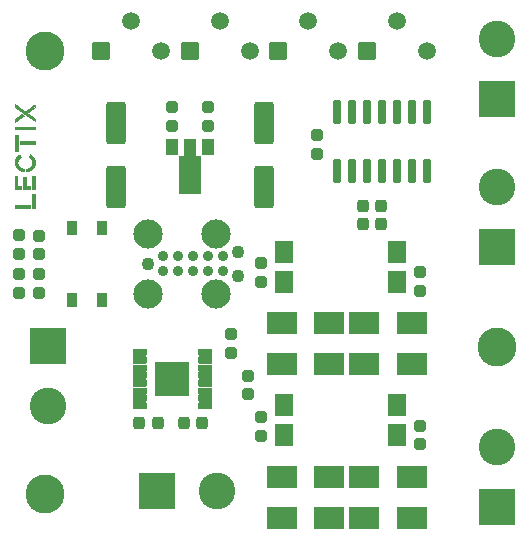
<source format=gts>
G04 #@! TF.GenerationSoftware,KiCad,Pcbnew,6.0.9-8da3e8f707~116~ubuntu20.04.1*
G04 #@! TF.CreationDate,2023-04-19T18:10:52+00:00*
G04 #@! TF.ProjectId,LEC032002,4c454330-3332-4303-9032-2e6b69636164,rev?*
G04 #@! TF.SameCoordinates,Original*
G04 #@! TF.FileFunction,Soldermask,Top*
G04 #@! TF.FilePolarity,Negative*
%FSLAX46Y46*%
G04 Gerber Fmt 4.6, Leading zero omitted, Abs format (unit mm)*
G04 Created by KiCad (PCBNEW 6.0.9-8da3e8f707~116~ubuntu20.04.1) date 2023-04-19 18:10:52*
%MOMM*%
%LPD*%
G01*
G04 APERTURE LIST*
G04 Aperture macros list*
%AMRoundRect*
0 Rectangle with rounded corners*
0 $1 Rounding radius*
0 $2 $3 $4 $5 $6 $7 $8 $9 X,Y pos of 4 corners*
0 Add a 4 corners polygon primitive as box body*
4,1,4,$2,$3,$4,$5,$6,$7,$8,$9,$2,$3,0*
0 Add four circle primitives for the rounded corners*
1,1,$1+$1,$2,$3*
1,1,$1+$1,$4,$5*
1,1,$1+$1,$6,$7*
1,1,$1+$1,$8,$9*
0 Add four rect primitives between the rounded corners*
20,1,$1+$1,$2,$3,$4,$5,0*
20,1,$1+$1,$4,$5,$6,$7,0*
20,1,$1+$1,$6,$7,$8,$9,0*
20,1,$1+$1,$8,$9,$2,$3,0*%
%AMFreePoly0*
4,1,21,3.898562,0.902562,3.913500,0.866500,3.913500,-0.866500,3.898562,-0.902562,3.862500,-0.917500,0.737500,-0.917500,0.701438,-0.902562,0.686500,-0.866500,0.686500,-0.501000,-0.737500,-0.501000,-0.773562,-0.486062,-0.788500,-0.450000,-0.788500,0.450000,-0.773562,0.486062,-0.737500,0.501000,0.686500,0.501000,0.686500,0.866500,0.701438,0.902562,0.737500,0.917500,3.862500,0.917500,
3.898562,0.902562,3.898562,0.902562,$1*%
G04 Aperture macros list end*
%ADD10C,0.010000*%
%ADD11RoundRect,0.269750X0.256250X-0.218750X0.256250X0.218750X-0.256250X0.218750X-0.256250X-0.218750X0*%
%ADD12RoundRect,0.301000X0.550000X-1.500000X0.550000X1.500000X-0.550000X1.500000X-0.550000X-1.500000X0*%
%ADD13RoundRect,0.269750X0.218750X0.256250X-0.218750X0.256250X-0.218750X-0.256250X0.218750X-0.256250X0*%
%ADD14RoundRect,0.269750X-0.256250X0.218750X-0.256250X-0.218750X0.256250X-0.218750X0.256250X0.218750X0*%
%ADD15RoundRect,0.051000X-0.400000X0.500000X-0.400000X-0.500000X0.400000X-0.500000X0.400000X0.500000X0*%
%ADD16RoundRect,0.051000X-1.250000X-0.900000X1.250000X-0.900000X1.250000X0.900000X-1.250000X0.900000X0*%
%ADD17RoundRect,0.051000X1.250000X0.900000X-1.250000X0.900000X-1.250000X-0.900000X1.250000X-0.900000X0*%
%ADD18RoundRect,0.051000X-1.500000X1.500000X-1.500000X-1.500000X1.500000X-1.500000X1.500000X1.500000X0*%
%ADD19C,3.102000*%
%ADD20RoundRect,0.051000X1.500000X-1.500000X1.500000X1.500000X-1.500000X1.500000X-1.500000X-1.500000X0*%
%ADD21RoundRect,0.051000X-1.500000X-1.500000X1.500000X-1.500000X1.500000X1.500000X-1.500000X1.500000X0*%
%ADD22C,1.092600*%
%ADD23C,2.476900*%
%ADD24C,0.889400*%
%ADD25RoundRect,0.269750X-0.218750X-0.256250X0.218750X-0.256250X0.218750X0.256250X-0.218750X0.256250X0*%
%ADD26RoundRect,0.051000X-0.700000X-0.700000X0.700000X-0.700000X0.700000X0.700000X-0.700000X0.700000X0*%
%ADD27C,1.502000*%
%ADD28RoundRect,0.201000X0.150000X-0.825000X0.150000X0.825000X-0.150000X0.825000X-0.150000X-0.825000X0*%
%ADD29RoundRect,0.051000X-0.450000X0.650000X-0.450000X-0.650000X0.450000X-0.650000X0.450000X0.650000X0*%
%ADD30FreePoly0,270.000000*%
%ADD31R,3.000000X3.000000*%
%ADD32RoundRect,0.051000X-0.525000X-0.225000X0.525000X-0.225000X0.525000X0.225000X-0.525000X0.225000X0*%
%ADD33RoundRect,0.051000X0.750000X0.890000X-0.750000X0.890000X-0.750000X-0.890000X0.750000X-0.890000X0*%
%ADD34C,3.302000*%
G04 APERTURE END LIST*
G04 #@! TO.C,LOGO1*
G36*
X160599183Y-83547852D02*
G01*
X160640298Y-83577936D01*
X160680325Y-83607213D01*
X160719069Y-83635542D01*
X160756338Y-83662783D01*
X160791940Y-83688794D01*
X160825680Y-83713434D01*
X160857366Y-83736564D01*
X160886806Y-83758043D01*
X160913806Y-83777729D01*
X160938172Y-83795482D01*
X160959713Y-83811161D01*
X160978236Y-83824626D01*
X160993546Y-83835735D01*
X161005452Y-83844349D01*
X161013760Y-83850326D01*
X161018277Y-83853526D01*
X161019087Y-83854054D01*
X161021269Y-83852593D01*
X161027370Y-83848293D01*
X161037192Y-83841297D01*
X161050541Y-83831744D01*
X161067220Y-83819776D01*
X161087032Y-83805535D01*
X161109783Y-83789162D01*
X161135275Y-83770798D01*
X161163314Y-83750584D01*
X161193701Y-83728663D01*
X161226243Y-83705175D01*
X161260742Y-83680261D01*
X161297003Y-83654062D01*
X161334829Y-83626721D01*
X161374025Y-83598378D01*
X161414395Y-83569175D01*
X161430766Y-83557329D01*
X161471564Y-83527810D01*
X161511274Y-83499087D01*
X161549701Y-83471301D01*
X161586647Y-83444595D01*
X161621916Y-83419111D01*
X161655310Y-83394990D01*
X161686635Y-83372374D01*
X161715692Y-83351405D01*
X161742285Y-83332225D01*
X161766218Y-83314975D01*
X161787293Y-83299798D01*
X161805315Y-83286836D01*
X161820086Y-83276230D01*
X161831411Y-83268122D01*
X161839091Y-83262654D01*
X161842932Y-83259967D01*
X161843347Y-83259704D01*
X161843981Y-83261984D01*
X161844522Y-83269178D01*
X161844969Y-83281122D01*
X161845317Y-83297651D01*
X161845563Y-83318600D01*
X161845703Y-83343804D01*
X161845734Y-83372734D01*
X161845649Y-83486610D01*
X161511780Y-83727910D01*
X161475037Y-83754474D01*
X161439426Y-83780235D01*
X161405163Y-83805035D01*
X161372466Y-83828717D01*
X161341550Y-83851124D01*
X161312632Y-83872098D01*
X161285929Y-83891483D01*
X161261658Y-83909120D01*
X161240034Y-83924853D01*
X161221274Y-83938525D01*
X161205596Y-83949977D01*
X161193215Y-83959052D01*
X161184347Y-83965594D01*
X161179211Y-83969444D01*
X161177933Y-83970480D01*
X161179950Y-83972094D01*
X161185854Y-83976545D01*
X161195427Y-83983676D01*
X161208455Y-83993326D01*
X161224722Y-84005339D01*
X161244010Y-84019553D01*
X161266106Y-84035812D01*
X161290791Y-84053956D01*
X161317851Y-84073827D01*
X161347070Y-84095266D01*
X161378231Y-84118113D01*
X161411119Y-84142211D01*
X161445518Y-84167400D01*
X161481211Y-84193523D01*
X161509644Y-84214320D01*
X161546214Y-84241075D01*
X161581667Y-84267035D01*
X161615786Y-84292039D01*
X161648355Y-84315928D01*
X161679156Y-84338542D01*
X161707973Y-84359721D01*
X161734589Y-84379307D01*
X161758787Y-84397137D01*
X161780350Y-84413054D01*
X161799061Y-84426898D01*
X161814704Y-84438507D01*
X161827061Y-84447724D01*
X161835916Y-84454387D01*
X161841051Y-84458338D01*
X161842335Y-84459430D01*
X161842529Y-84462426D01*
X161842680Y-84469975D01*
X161842789Y-84481550D01*
X161842853Y-84496625D01*
X161842870Y-84514673D01*
X161842839Y-84535167D01*
X161842759Y-84557581D01*
X161842672Y-84574352D01*
X161842010Y-84686733D01*
X161013970Y-84080775D01*
X160955907Y-84038283D01*
X160898878Y-83996543D01*
X160843019Y-83955657D01*
X160788469Y-83915724D01*
X160735363Y-83876846D01*
X160683839Y-83839122D01*
X160634036Y-83802653D01*
X160586089Y-83767541D01*
X160540136Y-83733885D01*
X160496314Y-83701786D01*
X160454761Y-83671345D01*
X160415614Y-83642662D01*
X160379011Y-83615838D01*
X160345087Y-83590973D01*
X160313981Y-83568168D01*
X160285831Y-83547523D01*
X160260772Y-83529140D01*
X160238943Y-83513118D01*
X160220481Y-83499559D01*
X160205522Y-83488563D01*
X160194205Y-83480229D01*
X160186667Y-83474660D01*
X160183044Y-83471955D01*
X160182728Y-83471706D01*
X160181936Y-83469871D01*
X160181292Y-83465807D01*
X160180789Y-83459140D01*
X160180418Y-83449496D01*
X160180171Y-83436503D01*
X160180039Y-83419788D01*
X160180016Y-83398976D01*
X160180092Y-83373696D01*
X160180188Y-83355150D01*
X160180850Y-83241704D01*
X160599183Y-83547852D01*
G37*
D10*
X160599183Y-83547852D02*
X160640298Y-83577936D01*
X160680325Y-83607213D01*
X160719069Y-83635542D01*
X160756338Y-83662783D01*
X160791940Y-83688794D01*
X160825680Y-83713434D01*
X160857366Y-83736564D01*
X160886806Y-83758043D01*
X160913806Y-83777729D01*
X160938172Y-83795482D01*
X160959713Y-83811161D01*
X160978236Y-83824626D01*
X160993546Y-83835735D01*
X161005452Y-83844349D01*
X161013760Y-83850326D01*
X161018277Y-83853526D01*
X161019087Y-83854054D01*
X161021269Y-83852593D01*
X161027370Y-83848293D01*
X161037192Y-83841297D01*
X161050541Y-83831744D01*
X161067220Y-83819776D01*
X161087032Y-83805535D01*
X161109783Y-83789162D01*
X161135275Y-83770798D01*
X161163314Y-83750584D01*
X161193701Y-83728663D01*
X161226243Y-83705175D01*
X161260742Y-83680261D01*
X161297003Y-83654062D01*
X161334829Y-83626721D01*
X161374025Y-83598378D01*
X161414395Y-83569175D01*
X161430766Y-83557329D01*
X161471564Y-83527810D01*
X161511274Y-83499087D01*
X161549701Y-83471301D01*
X161586647Y-83444595D01*
X161621916Y-83419111D01*
X161655310Y-83394990D01*
X161686635Y-83372374D01*
X161715692Y-83351405D01*
X161742285Y-83332225D01*
X161766218Y-83314975D01*
X161787293Y-83299798D01*
X161805315Y-83286836D01*
X161820086Y-83276230D01*
X161831411Y-83268122D01*
X161839091Y-83262654D01*
X161842932Y-83259967D01*
X161843347Y-83259704D01*
X161843981Y-83261984D01*
X161844522Y-83269178D01*
X161844969Y-83281122D01*
X161845317Y-83297651D01*
X161845563Y-83318600D01*
X161845703Y-83343804D01*
X161845734Y-83372734D01*
X161845649Y-83486610D01*
X161511780Y-83727910D01*
X161475037Y-83754474D01*
X161439426Y-83780235D01*
X161405163Y-83805035D01*
X161372466Y-83828717D01*
X161341550Y-83851124D01*
X161312632Y-83872098D01*
X161285929Y-83891483D01*
X161261658Y-83909120D01*
X161240034Y-83924853D01*
X161221274Y-83938525D01*
X161205596Y-83949977D01*
X161193215Y-83959052D01*
X161184347Y-83965594D01*
X161179211Y-83969444D01*
X161177933Y-83970480D01*
X161179950Y-83972094D01*
X161185854Y-83976545D01*
X161195427Y-83983676D01*
X161208455Y-83993326D01*
X161224722Y-84005339D01*
X161244010Y-84019553D01*
X161266106Y-84035812D01*
X161290791Y-84053956D01*
X161317851Y-84073827D01*
X161347070Y-84095266D01*
X161378231Y-84118113D01*
X161411119Y-84142211D01*
X161445518Y-84167400D01*
X161481211Y-84193523D01*
X161509644Y-84214320D01*
X161546214Y-84241075D01*
X161581667Y-84267035D01*
X161615786Y-84292039D01*
X161648355Y-84315928D01*
X161679156Y-84338542D01*
X161707973Y-84359721D01*
X161734589Y-84379307D01*
X161758787Y-84397137D01*
X161780350Y-84413054D01*
X161799061Y-84426898D01*
X161814704Y-84438507D01*
X161827061Y-84447724D01*
X161835916Y-84454387D01*
X161841051Y-84458338D01*
X161842335Y-84459430D01*
X161842529Y-84462426D01*
X161842680Y-84469975D01*
X161842789Y-84481550D01*
X161842853Y-84496625D01*
X161842870Y-84514673D01*
X161842839Y-84535167D01*
X161842759Y-84557581D01*
X161842672Y-84574352D01*
X161842010Y-84686733D01*
X161013970Y-84080775D01*
X160955907Y-84038283D01*
X160898878Y-83996543D01*
X160843019Y-83955657D01*
X160788469Y-83915724D01*
X160735363Y-83876846D01*
X160683839Y-83839122D01*
X160634036Y-83802653D01*
X160586089Y-83767541D01*
X160540136Y-83733885D01*
X160496314Y-83701786D01*
X160454761Y-83671345D01*
X160415614Y-83642662D01*
X160379011Y-83615838D01*
X160345087Y-83590973D01*
X160313981Y-83568168D01*
X160285831Y-83547523D01*
X160260772Y-83529140D01*
X160238943Y-83513118D01*
X160220481Y-83499559D01*
X160205522Y-83488563D01*
X160194205Y-83480229D01*
X160186667Y-83474660D01*
X160183044Y-83471955D01*
X160182728Y-83471706D01*
X160181936Y-83469871D01*
X160181292Y-83465807D01*
X160180789Y-83459140D01*
X160180418Y-83449496D01*
X160180171Y-83436503D01*
X160180039Y-83419788D01*
X160180016Y-83398976D01*
X160180092Y-83373696D01*
X160180188Y-83355150D01*
X160180850Y-83241704D01*
X160599183Y-83547852D01*
G36*
X160548046Y-87510073D02*
G01*
X160549794Y-87512384D01*
X160553936Y-87518416D01*
X160560116Y-87527624D01*
X160567976Y-87539459D01*
X160577159Y-87553373D01*
X160587308Y-87568819D01*
X160598066Y-87585250D01*
X160609075Y-87602117D01*
X160619979Y-87618873D01*
X160630419Y-87634971D01*
X160640039Y-87649862D01*
X160648482Y-87663000D01*
X160655390Y-87673835D01*
X160660407Y-87681822D01*
X160663174Y-87686412D01*
X160663584Y-87687206D01*
X160662718Y-87690032D01*
X160658095Y-87694095D01*
X160649339Y-87699695D01*
X160643914Y-87702816D01*
X160616428Y-87719911D01*
X160588002Y-87740573D01*
X160559852Y-87763771D01*
X160533197Y-87788472D01*
X160509254Y-87813644D01*
X160499140Y-87825520D01*
X160469172Y-87866154D01*
X160443127Y-87909753D01*
X160421226Y-87955804D01*
X160403690Y-88003792D01*
X160390740Y-88053203D01*
X160383813Y-88093548D01*
X160381768Y-88115054D01*
X160380722Y-88139779D01*
X160380637Y-88166240D01*
X160381480Y-88192955D01*
X160383214Y-88218443D01*
X160385804Y-88241221D01*
X160387603Y-88252174D01*
X160399608Y-88302714D01*
X160416099Y-88351225D01*
X160436857Y-88397466D01*
X160461666Y-88441196D01*
X160490308Y-88482174D01*
X160522566Y-88520159D01*
X160558223Y-88554910D01*
X160597062Y-88586186D01*
X160638864Y-88613748D01*
X160683413Y-88637352D01*
X160730492Y-88656760D01*
X160761621Y-88666801D01*
X160806052Y-88677444D01*
X160852105Y-88684072D01*
X160890145Y-88686568D01*
X160931420Y-88687972D01*
X160931420Y-88908969D01*
X160886335Y-88907493D01*
X160826765Y-88903049D01*
X160768219Y-88893761D01*
X160710945Y-88879804D01*
X160655192Y-88861357D01*
X160601206Y-88838595D01*
X160549239Y-88811694D01*
X160499537Y-88780832D01*
X160452349Y-88746184D01*
X160407923Y-88707927D01*
X160366510Y-88666238D01*
X160328355Y-88621292D01*
X160293709Y-88573267D01*
X160262820Y-88522339D01*
X160235936Y-88468684D01*
X160222046Y-88435800D01*
X160203465Y-88382923D01*
X160188763Y-88328211D01*
X160177716Y-88270795D01*
X160175434Y-88255460D01*
X160173688Y-88239281D01*
X160172339Y-88219218D01*
X160171399Y-88196456D01*
X160170875Y-88172175D01*
X160170777Y-88147559D01*
X160171115Y-88123791D01*
X160171898Y-88102051D01*
X160173135Y-88083524D01*
X160174013Y-88075120D01*
X160184111Y-88013464D01*
X160198858Y-87953518D01*
X160218120Y-87895498D01*
X160241760Y-87839620D01*
X160269642Y-87786099D01*
X160301632Y-87735150D01*
X160337592Y-87686988D01*
X160377388Y-87641829D01*
X160420884Y-87599889D01*
X160467944Y-87561383D01*
X160518433Y-87526525D01*
X160520462Y-87525247D01*
X160530604Y-87519050D01*
X160539176Y-87514127D01*
X160545284Y-87510968D01*
X160548034Y-87510067D01*
X160548046Y-87510073D01*
G37*
X160548046Y-87510073D02*
X160549794Y-87512384D01*
X160553936Y-87518416D01*
X160560116Y-87527624D01*
X160567976Y-87539459D01*
X160577159Y-87553373D01*
X160587308Y-87568819D01*
X160598066Y-87585250D01*
X160609075Y-87602117D01*
X160619979Y-87618873D01*
X160630419Y-87634971D01*
X160640039Y-87649862D01*
X160648482Y-87663000D01*
X160655390Y-87673835D01*
X160660407Y-87681822D01*
X160663174Y-87686412D01*
X160663584Y-87687206D01*
X160662718Y-87690032D01*
X160658095Y-87694095D01*
X160649339Y-87699695D01*
X160643914Y-87702816D01*
X160616428Y-87719911D01*
X160588002Y-87740573D01*
X160559852Y-87763771D01*
X160533197Y-87788472D01*
X160509254Y-87813644D01*
X160499140Y-87825520D01*
X160469172Y-87866154D01*
X160443127Y-87909753D01*
X160421226Y-87955804D01*
X160403690Y-88003792D01*
X160390740Y-88053203D01*
X160383813Y-88093548D01*
X160381768Y-88115054D01*
X160380722Y-88139779D01*
X160380637Y-88166240D01*
X160381480Y-88192955D01*
X160383214Y-88218443D01*
X160385804Y-88241221D01*
X160387603Y-88252174D01*
X160399608Y-88302714D01*
X160416099Y-88351225D01*
X160436857Y-88397466D01*
X160461666Y-88441196D01*
X160490308Y-88482174D01*
X160522566Y-88520159D01*
X160558223Y-88554910D01*
X160597062Y-88586186D01*
X160638864Y-88613748D01*
X160683413Y-88637352D01*
X160730492Y-88656760D01*
X160761621Y-88666801D01*
X160806052Y-88677444D01*
X160852105Y-88684072D01*
X160890145Y-88686568D01*
X160931420Y-88687972D01*
X160931420Y-88908969D01*
X160886335Y-88907493D01*
X160826765Y-88903049D01*
X160768219Y-88893761D01*
X160710945Y-88879804D01*
X160655192Y-88861357D01*
X160601206Y-88838595D01*
X160549239Y-88811694D01*
X160499537Y-88780832D01*
X160452349Y-88746184D01*
X160407923Y-88707927D01*
X160366510Y-88666238D01*
X160328355Y-88621292D01*
X160293709Y-88573267D01*
X160262820Y-88522339D01*
X160235936Y-88468684D01*
X160222046Y-88435800D01*
X160203465Y-88382923D01*
X160188763Y-88328211D01*
X160177716Y-88270795D01*
X160175434Y-88255460D01*
X160173688Y-88239281D01*
X160172339Y-88219218D01*
X160171399Y-88196456D01*
X160170875Y-88172175D01*
X160170777Y-88147559D01*
X160171115Y-88123791D01*
X160171898Y-88102051D01*
X160173135Y-88083524D01*
X160174013Y-88075120D01*
X160184111Y-88013464D01*
X160198858Y-87953518D01*
X160218120Y-87895498D01*
X160241760Y-87839620D01*
X160269642Y-87786099D01*
X160301632Y-87735150D01*
X160337592Y-87686988D01*
X160377388Y-87641829D01*
X160420884Y-87599889D01*
X160467944Y-87561383D01*
X160518433Y-87526525D01*
X160520462Y-87525247D01*
X160530604Y-87519050D01*
X160539176Y-87514127D01*
X160545284Y-87510968D01*
X160548034Y-87510067D01*
X160548046Y-87510073D01*
G36*
X161462864Y-87474350D02*
G01*
X161468246Y-87476764D01*
X161476130Y-87481171D01*
X161487022Y-87487839D01*
X161501432Y-87497037D01*
X161506730Y-87500468D01*
X161557247Y-87536255D01*
X161604456Y-87575767D01*
X161648181Y-87618747D01*
X161688245Y-87664939D01*
X161724473Y-87714085D01*
X161756690Y-87765929D01*
X161784719Y-87820214D01*
X161808386Y-87876683D01*
X161827513Y-87935078D01*
X161840608Y-87988614D01*
X161844715Y-88009549D01*
X161847937Y-88028693D01*
X161850387Y-88047214D01*
X161852177Y-88066279D01*
X161853419Y-88087056D01*
X161854226Y-88110714D01*
X161854665Y-88134810D01*
X161854860Y-88153035D01*
X161854960Y-88169929D01*
X161854966Y-88184719D01*
X161854880Y-88196633D01*
X161854704Y-88204897D01*
X161854485Y-88208470D01*
X161853741Y-88214358D01*
X161852630Y-88223690D01*
X161851341Y-88234862D01*
X161850735Y-88240220D01*
X161842047Y-88295997D01*
X161828574Y-88351993D01*
X161810545Y-88407599D01*
X161788188Y-88462206D01*
X161761731Y-88515203D01*
X161731401Y-88565981D01*
X161725955Y-88574230D01*
X161705098Y-88604202D01*
X161684653Y-88630956D01*
X161663317Y-88656058D01*
X161639790Y-88681073D01*
X161624501Y-88696282D01*
X161577656Y-88738480D01*
X161528179Y-88776384D01*
X161476236Y-88809914D01*
X161421994Y-88838986D01*
X161365618Y-88863518D01*
X161307274Y-88883426D01*
X161247129Y-88898629D01*
X161201477Y-88906813D01*
X161192261Y-88908020D01*
X161179810Y-88909423D01*
X161165307Y-88910913D01*
X161149937Y-88912382D01*
X161134885Y-88913719D01*
X161121334Y-88914815D01*
X161110470Y-88915562D01*
X161103505Y-88915850D01*
X161103107Y-88913398D01*
X161102738Y-88906379D01*
X161102405Y-88895308D01*
X161102119Y-88880696D01*
X161101886Y-88863059D01*
X161101717Y-88842909D01*
X161101620Y-88820759D01*
X161101600Y-88804481D01*
X161101600Y-88693101D01*
X161135255Y-88691598D01*
X161184642Y-88686880D01*
X161233391Y-88677286D01*
X161281126Y-88663012D01*
X161327472Y-88644257D01*
X161372055Y-88621216D01*
X161414500Y-88594087D01*
X161454432Y-88563067D01*
X161491476Y-88528352D01*
X161525258Y-88490140D01*
X161530066Y-88484060D01*
X161558193Y-88443962D01*
X161582754Y-88400655D01*
X161603491Y-88354786D01*
X161620147Y-88307001D01*
X161632466Y-88257946D01*
X161640191Y-88208267D01*
X161640331Y-88206939D01*
X161641812Y-88185583D01*
X161642277Y-88160988D01*
X161641784Y-88134830D01*
X161640393Y-88108784D01*
X161638161Y-88084525D01*
X161635369Y-88064960D01*
X161623968Y-88014580D01*
X161608011Y-87965829D01*
X161587722Y-87919027D01*
X161563326Y-87874494D01*
X161535050Y-87832553D01*
X161503119Y-87793523D01*
X161467757Y-87757725D01*
X161429189Y-87725479D01*
X161387642Y-87697107D01*
X161369570Y-87686541D01*
X161361866Y-87682236D01*
X161356162Y-87679023D01*
X161353660Y-87677581D01*
X161353648Y-87677572D01*
X161354589Y-87675282D01*
X161357586Y-87669034D01*
X161362356Y-87659378D01*
X161368617Y-87646866D01*
X161376087Y-87632050D01*
X161384484Y-87615482D01*
X161393526Y-87597712D01*
X161402930Y-87579291D01*
X161412414Y-87560773D01*
X161421697Y-87542708D01*
X161430496Y-87525647D01*
X161438530Y-87510143D01*
X161445515Y-87496746D01*
X161451170Y-87486008D01*
X161455212Y-87478481D01*
X161457360Y-87474716D01*
X161457574Y-87474421D01*
X161459476Y-87473658D01*
X161462864Y-87474350D01*
G37*
X161462864Y-87474350D02*
X161468246Y-87476764D01*
X161476130Y-87481171D01*
X161487022Y-87487839D01*
X161501432Y-87497037D01*
X161506730Y-87500468D01*
X161557247Y-87536255D01*
X161604456Y-87575767D01*
X161648181Y-87618747D01*
X161688245Y-87664939D01*
X161724473Y-87714085D01*
X161756690Y-87765929D01*
X161784719Y-87820214D01*
X161808386Y-87876683D01*
X161827513Y-87935078D01*
X161840608Y-87988614D01*
X161844715Y-88009549D01*
X161847937Y-88028693D01*
X161850387Y-88047214D01*
X161852177Y-88066279D01*
X161853419Y-88087056D01*
X161854226Y-88110714D01*
X161854665Y-88134810D01*
X161854860Y-88153035D01*
X161854960Y-88169929D01*
X161854966Y-88184719D01*
X161854880Y-88196633D01*
X161854704Y-88204897D01*
X161854485Y-88208470D01*
X161853741Y-88214358D01*
X161852630Y-88223690D01*
X161851341Y-88234862D01*
X161850735Y-88240220D01*
X161842047Y-88295997D01*
X161828574Y-88351993D01*
X161810545Y-88407599D01*
X161788188Y-88462206D01*
X161761731Y-88515203D01*
X161731401Y-88565981D01*
X161725955Y-88574230D01*
X161705098Y-88604202D01*
X161684653Y-88630956D01*
X161663317Y-88656058D01*
X161639790Y-88681073D01*
X161624501Y-88696282D01*
X161577656Y-88738480D01*
X161528179Y-88776384D01*
X161476236Y-88809914D01*
X161421994Y-88838986D01*
X161365618Y-88863518D01*
X161307274Y-88883426D01*
X161247129Y-88898629D01*
X161201477Y-88906813D01*
X161192261Y-88908020D01*
X161179810Y-88909423D01*
X161165307Y-88910913D01*
X161149937Y-88912382D01*
X161134885Y-88913719D01*
X161121334Y-88914815D01*
X161110470Y-88915562D01*
X161103505Y-88915850D01*
X161103107Y-88913398D01*
X161102738Y-88906379D01*
X161102405Y-88895308D01*
X161102119Y-88880696D01*
X161101886Y-88863059D01*
X161101717Y-88842909D01*
X161101620Y-88820759D01*
X161101600Y-88804481D01*
X161101600Y-88693101D01*
X161135255Y-88691598D01*
X161184642Y-88686880D01*
X161233391Y-88677286D01*
X161281126Y-88663012D01*
X161327472Y-88644257D01*
X161372055Y-88621216D01*
X161414500Y-88594087D01*
X161454432Y-88563067D01*
X161491476Y-88528352D01*
X161525258Y-88490140D01*
X161530066Y-88484060D01*
X161558193Y-88443962D01*
X161582754Y-88400655D01*
X161603491Y-88354786D01*
X161620147Y-88307001D01*
X161632466Y-88257946D01*
X161640191Y-88208267D01*
X161640331Y-88206939D01*
X161641812Y-88185583D01*
X161642277Y-88160988D01*
X161641784Y-88134830D01*
X161640393Y-88108784D01*
X161638161Y-88084525D01*
X161635369Y-88064960D01*
X161623968Y-88014580D01*
X161608011Y-87965829D01*
X161587722Y-87919027D01*
X161563326Y-87874494D01*
X161535050Y-87832553D01*
X161503119Y-87793523D01*
X161467757Y-87757725D01*
X161429189Y-87725479D01*
X161387642Y-87697107D01*
X161369570Y-87686541D01*
X161361866Y-87682236D01*
X161356162Y-87679023D01*
X161353660Y-87677581D01*
X161353648Y-87677572D01*
X161354589Y-87675282D01*
X161357586Y-87669034D01*
X161362356Y-87659378D01*
X161368617Y-87646866D01*
X161376087Y-87632050D01*
X161384484Y-87615482D01*
X161393526Y-87597712D01*
X161402930Y-87579291D01*
X161412414Y-87560773D01*
X161421697Y-87542708D01*
X161430496Y-87525647D01*
X161438530Y-87510143D01*
X161445515Y-87496746D01*
X161451170Y-87486008D01*
X161455212Y-87478481D01*
X161457360Y-87474716D01*
X161457574Y-87474421D01*
X161459476Y-87473658D01*
X161462864Y-87474350D01*
G36*
X161845820Y-86599380D02*
G01*
X160563120Y-86599380D01*
X160563120Y-86378400D01*
X161845820Y-86378400D01*
X161845820Y-86599380D01*
G37*
X161845820Y-86599380D02*
X160563120Y-86599380D01*
X160563120Y-86378400D01*
X161845820Y-86378400D01*
X161845820Y-86599380D01*
G36*
X161452120Y-92009580D02*
G01*
X160177040Y-92009580D01*
X160177040Y-91788600D01*
X161452120Y-91788600D01*
X161452120Y-92009580D01*
G37*
X161452120Y-92009580D02*
X160177040Y-92009580D01*
X160177040Y-91788600D01*
X161452120Y-91788600D01*
X161452120Y-92009580D01*
G36*
X161853440Y-90409380D02*
G01*
X161629920Y-90409380D01*
X161629920Y-89317180D01*
X161853440Y-89317180D01*
X161853440Y-90409380D01*
G37*
X161853440Y-90409380D02*
X161629920Y-90409380D01*
X161629920Y-89317180D01*
X161853440Y-89317180D01*
X161853440Y-90409380D01*
G36*
X161853440Y-92009580D02*
G01*
X161629920Y-92009580D01*
X161629920Y-90861500D01*
X161853440Y-90861500D01*
X161853440Y-92009580D01*
G37*
X161853440Y-92009580D02*
X161629920Y-92009580D01*
X161629920Y-90861500D01*
X161853440Y-90861500D01*
X161853440Y-92009580D01*
G36*
X160395480Y-87168340D02*
G01*
X160174500Y-87168340D01*
X160174500Y-85799280D01*
X160395480Y-85799280D01*
X160395480Y-87168340D01*
G37*
X160395480Y-87168340D02*
X160174500Y-87168340D01*
X160174500Y-85799280D01*
X160395480Y-85799280D01*
X160395480Y-87168340D01*
G36*
X160747001Y-84079871D02*
G01*
X160753439Y-84083923D01*
X160762779Y-84090183D01*
X160774461Y-84098245D01*
X160787928Y-84107707D01*
X160802622Y-84118162D01*
X160817984Y-84129207D01*
X160833457Y-84140438D01*
X160848483Y-84151449D01*
X160862504Y-84161838D01*
X160874962Y-84171199D01*
X160885298Y-84179128D01*
X160892955Y-84185221D01*
X160897375Y-84189073D01*
X160898247Y-84190190D01*
X160896223Y-84191929D01*
X160890295Y-84196496D01*
X160880671Y-84203736D01*
X160867561Y-84213498D01*
X160851174Y-84225627D01*
X160831719Y-84239971D01*
X160809405Y-84256375D01*
X160784442Y-84274687D01*
X160757037Y-84294753D01*
X160727402Y-84316421D01*
X160695743Y-84339535D01*
X160662272Y-84363944D01*
X160627196Y-84389494D01*
X160590724Y-84416032D01*
X160553067Y-84443404D01*
X160541493Y-84451810D01*
X160503445Y-84479442D01*
X160466468Y-84506293D01*
X160430772Y-84532211D01*
X160396572Y-84557040D01*
X160364081Y-84580626D01*
X160333511Y-84602814D01*
X160305075Y-84623451D01*
X160278985Y-84642382D01*
X160255456Y-84659452D01*
X160234699Y-84674507D01*
X160216927Y-84687392D01*
X160202354Y-84697953D01*
X160191192Y-84706036D01*
X160183654Y-84711486D01*
X160179952Y-84714149D01*
X160179630Y-84714375D01*
X160178417Y-84715123D01*
X160177412Y-84715285D01*
X160176595Y-84714437D01*
X160175947Y-84712156D01*
X160175449Y-84708019D01*
X160175081Y-84701601D01*
X160174823Y-84692478D01*
X160174655Y-84680228D01*
X160174559Y-84664427D01*
X160174514Y-84644651D01*
X160174500Y-84620475D01*
X160174499Y-84603446D01*
X160174500Y-84489032D01*
X160457044Y-84283731D01*
X160490835Y-84259201D01*
X160523537Y-84235507D01*
X160554909Y-84212820D01*
X160584714Y-84191311D01*
X160612711Y-84171152D01*
X160638663Y-84152513D01*
X160662329Y-84135565D01*
X160683470Y-84120480D01*
X160701848Y-84107429D01*
X160717223Y-84096582D01*
X160729356Y-84088111D01*
X160738009Y-84082186D01*
X160742942Y-84078979D01*
X160744021Y-84078430D01*
X160747001Y-84079871D01*
G37*
X160747001Y-84079871D02*
X160753439Y-84083923D01*
X160762779Y-84090183D01*
X160774461Y-84098245D01*
X160787928Y-84107707D01*
X160802622Y-84118162D01*
X160817984Y-84129207D01*
X160833457Y-84140438D01*
X160848483Y-84151449D01*
X160862504Y-84161838D01*
X160874962Y-84171199D01*
X160885298Y-84179128D01*
X160892955Y-84185221D01*
X160897375Y-84189073D01*
X160898247Y-84190190D01*
X160896223Y-84191929D01*
X160890295Y-84196496D01*
X160880671Y-84203736D01*
X160867561Y-84213498D01*
X160851174Y-84225627D01*
X160831719Y-84239971D01*
X160809405Y-84256375D01*
X160784442Y-84274687D01*
X160757037Y-84294753D01*
X160727402Y-84316421D01*
X160695743Y-84339535D01*
X160662272Y-84363944D01*
X160627196Y-84389494D01*
X160590724Y-84416032D01*
X160553067Y-84443404D01*
X160541493Y-84451810D01*
X160503445Y-84479442D01*
X160466468Y-84506293D01*
X160430772Y-84532211D01*
X160396572Y-84557040D01*
X160364081Y-84580626D01*
X160333511Y-84602814D01*
X160305075Y-84623451D01*
X160278985Y-84642382D01*
X160255456Y-84659452D01*
X160234699Y-84674507D01*
X160216927Y-84687392D01*
X160202354Y-84697953D01*
X160191192Y-84706036D01*
X160183654Y-84711486D01*
X160179952Y-84714149D01*
X160179630Y-84714375D01*
X160178417Y-84715123D01*
X160177412Y-84715285D01*
X160176595Y-84714437D01*
X160175947Y-84712156D01*
X160175449Y-84708019D01*
X160175081Y-84701601D01*
X160174823Y-84692478D01*
X160174655Y-84680228D01*
X160174559Y-84664427D01*
X160174514Y-84644651D01*
X160174500Y-84620475D01*
X160174499Y-84603446D01*
X160174500Y-84489032D01*
X160457044Y-84283731D01*
X160490835Y-84259201D01*
X160523537Y-84235507D01*
X160554909Y-84212820D01*
X160584714Y-84191311D01*
X160612711Y-84171152D01*
X160638663Y-84152513D01*
X160662329Y-84135565D01*
X160683470Y-84120480D01*
X160701848Y-84107429D01*
X160717223Y-84096582D01*
X160729356Y-84088111D01*
X160738009Y-84082186D01*
X160742942Y-84078979D01*
X160744021Y-84078430D01*
X160747001Y-84079871D01*
G36*
X161845820Y-85352240D02*
G01*
X160174500Y-85352240D01*
X160174500Y-85131260D01*
X161845820Y-85131260D01*
X161845820Y-85352240D01*
G37*
X161845820Y-85352240D02*
X160174500Y-85352240D01*
X160174500Y-85131260D01*
X161845820Y-85131260D01*
X161845820Y-85352240D01*
G36*
X160387860Y-90190940D02*
G01*
X160700280Y-90190940D01*
X160700280Y-90414460D01*
X160166880Y-90414460D01*
X160166880Y-89317180D01*
X160387860Y-89317180D01*
X160387860Y-90190940D01*
G37*
X160387860Y-90190940D02*
X160700280Y-90190940D01*
X160700280Y-90414460D01*
X160166880Y-90414460D01*
X160166880Y-89317180D01*
X160387860Y-89317180D01*
X160387860Y-90190940D01*
G36*
X161109220Y-90190940D02*
G01*
X161452120Y-90190940D01*
X161452120Y-90411920D01*
X160885700Y-90411920D01*
X160885700Y-89431480D01*
X161109220Y-89431480D01*
X161109220Y-90190940D01*
G37*
X161109220Y-90190940D02*
X161452120Y-90190940D01*
X161452120Y-90411920D01*
X160885700Y-90411920D01*
X160885700Y-89431480D01*
X161109220Y-89431480D01*
X161109220Y-90190940D01*
G36*
X160599183Y-83547852D02*
G01*
X160640298Y-83577936D01*
X160680325Y-83607213D01*
X160719069Y-83635542D01*
X160756338Y-83662783D01*
X160791940Y-83688794D01*
X160825680Y-83713434D01*
X160857366Y-83736564D01*
X160886806Y-83758043D01*
X160913806Y-83777729D01*
X160938172Y-83795482D01*
X160959713Y-83811161D01*
X160978236Y-83824626D01*
X160993546Y-83835735D01*
X161005452Y-83844349D01*
X161013760Y-83850326D01*
X161018277Y-83853526D01*
X161019087Y-83854054D01*
X161021269Y-83852593D01*
X161027370Y-83848293D01*
X161037192Y-83841297D01*
X161050541Y-83831744D01*
X161067220Y-83819776D01*
X161087032Y-83805535D01*
X161109783Y-83789162D01*
X161135275Y-83770798D01*
X161163314Y-83750584D01*
X161193701Y-83728663D01*
X161226243Y-83705175D01*
X161260742Y-83680261D01*
X161297003Y-83654062D01*
X161334829Y-83626721D01*
X161374025Y-83598378D01*
X161414395Y-83569175D01*
X161430766Y-83557329D01*
X161471564Y-83527810D01*
X161511274Y-83499087D01*
X161549701Y-83471301D01*
X161586647Y-83444595D01*
X161621916Y-83419111D01*
X161655310Y-83394990D01*
X161686635Y-83372374D01*
X161715692Y-83351405D01*
X161742285Y-83332225D01*
X161766218Y-83314975D01*
X161787293Y-83299798D01*
X161805315Y-83286836D01*
X161820086Y-83276230D01*
X161831411Y-83268122D01*
X161839091Y-83262654D01*
X161842932Y-83259967D01*
X161843347Y-83259704D01*
X161843981Y-83261984D01*
X161844522Y-83269178D01*
X161844969Y-83281122D01*
X161845317Y-83297651D01*
X161845563Y-83318600D01*
X161845703Y-83343804D01*
X161845734Y-83372734D01*
X161845649Y-83486610D01*
X161511780Y-83727910D01*
X161475037Y-83754474D01*
X161439426Y-83780235D01*
X161405163Y-83805035D01*
X161372466Y-83828717D01*
X161341550Y-83851124D01*
X161312632Y-83872098D01*
X161285929Y-83891483D01*
X161261658Y-83909120D01*
X161240034Y-83924853D01*
X161221274Y-83938525D01*
X161205596Y-83949977D01*
X161193215Y-83959052D01*
X161184347Y-83965594D01*
X161179211Y-83969444D01*
X161177933Y-83970480D01*
X161179950Y-83972094D01*
X161185854Y-83976545D01*
X161195427Y-83983676D01*
X161208455Y-83993326D01*
X161224722Y-84005339D01*
X161244010Y-84019553D01*
X161266106Y-84035812D01*
X161290791Y-84053956D01*
X161317851Y-84073827D01*
X161347070Y-84095266D01*
X161378231Y-84118113D01*
X161411119Y-84142211D01*
X161445518Y-84167400D01*
X161481211Y-84193523D01*
X161509644Y-84214320D01*
X161546214Y-84241075D01*
X161581667Y-84267035D01*
X161615786Y-84292039D01*
X161648355Y-84315928D01*
X161679156Y-84338542D01*
X161707973Y-84359721D01*
X161734589Y-84379307D01*
X161758787Y-84397137D01*
X161780350Y-84413054D01*
X161799061Y-84426898D01*
X161814704Y-84438507D01*
X161827061Y-84447724D01*
X161835916Y-84454387D01*
X161841051Y-84458338D01*
X161842335Y-84459430D01*
X161842529Y-84462426D01*
X161842680Y-84469975D01*
X161842789Y-84481550D01*
X161842853Y-84496625D01*
X161842870Y-84514673D01*
X161842839Y-84535167D01*
X161842759Y-84557581D01*
X161842672Y-84574352D01*
X161842010Y-84686733D01*
X161013970Y-84080775D01*
X160955907Y-84038283D01*
X160898878Y-83996543D01*
X160843019Y-83955657D01*
X160788469Y-83915724D01*
X160735363Y-83876846D01*
X160683839Y-83839122D01*
X160634036Y-83802653D01*
X160586089Y-83767541D01*
X160540136Y-83733885D01*
X160496314Y-83701786D01*
X160454761Y-83671345D01*
X160415614Y-83642662D01*
X160379011Y-83615838D01*
X160345087Y-83590973D01*
X160313981Y-83568168D01*
X160285831Y-83547523D01*
X160260772Y-83529140D01*
X160238943Y-83513118D01*
X160220481Y-83499559D01*
X160205522Y-83488563D01*
X160194205Y-83480229D01*
X160186667Y-83474660D01*
X160183044Y-83471955D01*
X160182728Y-83471706D01*
X160181936Y-83469871D01*
X160181292Y-83465807D01*
X160180789Y-83459140D01*
X160180418Y-83449496D01*
X160180171Y-83436503D01*
X160180039Y-83419788D01*
X160180016Y-83398976D01*
X160180092Y-83373696D01*
X160180188Y-83355150D01*
X160180850Y-83241704D01*
X160599183Y-83547852D01*
G37*
X160599183Y-83547852D02*
X160640298Y-83577936D01*
X160680325Y-83607213D01*
X160719069Y-83635542D01*
X160756338Y-83662783D01*
X160791940Y-83688794D01*
X160825680Y-83713434D01*
X160857366Y-83736564D01*
X160886806Y-83758043D01*
X160913806Y-83777729D01*
X160938172Y-83795482D01*
X160959713Y-83811161D01*
X160978236Y-83824626D01*
X160993546Y-83835735D01*
X161005452Y-83844349D01*
X161013760Y-83850326D01*
X161018277Y-83853526D01*
X161019087Y-83854054D01*
X161021269Y-83852593D01*
X161027370Y-83848293D01*
X161037192Y-83841297D01*
X161050541Y-83831744D01*
X161067220Y-83819776D01*
X161087032Y-83805535D01*
X161109783Y-83789162D01*
X161135275Y-83770798D01*
X161163314Y-83750584D01*
X161193701Y-83728663D01*
X161226243Y-83705175D01*
X161260742Y-83680261D01*
X161297003Y-83654062D01*
X161334829Y-83626721D01*
X161374025Y-83598378D01*
X161414395Y-83569175D01*
X161430766Y-83557329D01*
X161471564Y-83527810D01*
X161511274Y-83499087D01*
X161549701Y-83471301D01*
X161586647Y-83444595D01*
X161621916Y-83419111D01*
X161655310Y-83394990D01*
X161686635Y-83372374D01*
X161715692Y-83351405D01*
X161742285Y-83332225D01*
X161766218Y-83314975D01*
X161787293Y-83299798D01*
X161805315Y-83286836D01*
X161820086Y-83276230D01*
X161831411Y-83268122D01*
X161839091Y-83262654D01*
X161842932Y-83259967D01*
X161843347Y-83259704D01*
X161843981Y-83261984D01*
X161844522Y-83269178D01*
X161844969Y-83281122D01*
X161845317Y-83297651D01*
X161845563Y-83318600D01*
X161845703Y-83343804D01*
X161845734Y-83372734D01*
X161845649Y-83486610D01*
X161511780Y-83727910D01*
X161475037Y-83754474D01*
X161439426Y-83780235D01*
X161405163Y-83805035D01*
X161372466Y-83828717D01*
X161341550Y-83851124D01*
X161312632Y-83872098D01*
X161285929Y-83891483D01*
X161261658Y-83909120D01*
X161240034Y-83924853D01*
X161221274Y-83938525D01*
X161205596Y-83949977D01*
X161193215Y-83959052D01*
X161184347Y-83965594D01*
X161179211Y-83969444D01*
X161177933Y-83970480D01*
X161179950Y-83972094D01*
X161185854Y-83976545D01*
X161195427Y-83983676D01*
X161208455Y-83993326D01*
X161224722Y-84005339D01*
X161244010Y-84019553D01*
X161266106Y-84035812D01*
X161290791Y-84053956D01*
X161317851Y-84073827D01*
X161347070Y-84095266D01*
X161378231Y-84118113D01*
X161411119Y-84142211D01*
X161445518Y-84167400D01*
X161481211Y-84193523D01*
X161509644Y-84214320D01*
X161546214Y-84241075D01*
X161581667Y-84267035D01*
X161615786Y-84292039D01*
X161648355Y-84315928D01*
X161679156Y-84338542D01*
X161707973Y-84359721D01*
X161734589Y-84379307D01*
X161758787Y-84397137D01*
X161780350Y-84413054D01*
X161799061Y-84426898D01*
X161814704Y-84438507D01*
X161827061Y-84447724D01*
X161835916Y-84454387D01*
X161841051Y-84458338D01*
X161842335Y-84459430D01*
X161842529Y-84462426D01*
X161842680Y-84469975D01*
X161842789Y-84481550D01*
X161842853Y-84496625D01*
X161842870Y-84514673D01*
X161842839Y-84535167D01*
X161842759Y-84557581D01*
X161842672Y-84574352D01*
X161842010Y-84686733D01*
X161013970Y-84080775D01*
X160955907Y-84038283D01*
X160898878Y-83996543D01*
X160843019Y-83955657D01*
X160788469Y-83915724D01*
X160735363Y-83876846D01*
X160683839Y-83839122D01*
X160634036Y-83802653D01*
X160586089Y-83767541D01*
X160540136Y-83733885D01*
X160496314Y-83701786D01*
X160454761Y-83671345D01*
X160415614Y-83642662D01*
X160379011Y-83615838D01*
X160345087Y-83590973D01*
X160313981Y-83568168D01*
X160285831Y-83547523D01*
X160260772Y-83529140D01*
X160238943Y-83513118D01*
X160220481Y-83499559D01*
X160205522Y-83488563D01*
X160194205Y-83480229D01*
X160186667Y-83474660D01*
X160183044Y-83471955D01*
X160182728Y-83471706D01*
X160181936Y-83469871D01*
X160181292Y-83465807D01*
X160180789Y-83459140D01*
X160180418Y-83449496D01*
X160180171Y-83436503D01*
X160180039Y-83419788D01*
X160180016Y-83398976D01*
X160180092Y-83373696D01*
X160180188Y-83355150D01*
X160180850Y-83241704D01*
X160599183Y-83547852D01*
G36*
X160548046Y-87510073D02*
G01*
X160549794Y-87512384D01*
X160553936Y-87518416D01*
X160560116Y-87527624D01*
X160567976Y-87539459D01*
X160577159Y-87553373D01*
X160587308Y-87568819D01*
X160598066Y-87585250D01*
X160609075Y-87602117D01*
X160619979Y-87618873D01*
X160630419Y-87634971D01*
X160640039Y-87649862D01*
X160648482Y-87663000D01*
X160655390Y-87673835D01*
X160660407Y-87681822D01*
X160663174Y-87686412D01*
X160663584Y-87687206D01*
X160662718Y-87690032D01*
X160658095Y-87694095D01*
X160649339Y-87699695D01*
X160643914Y-87702816D01*
X160616428Y-87719911D01*
X160588002Y-87740573D01*
X160559852Y-87763771D01*
X160533197Y-87788472D01*
X160509254Y-87813644D01*
X160499140Y-87825520D01*
X160469172Y-87866154D01*
X160443127Y-87909753D01*
X160421226Y-87955804D01*
X160403690Y-88003792D01*
X160390740Y-88053203D01*
X160383813Y-88093548D01*
X160381768Y-88115054D01*
X160380722Y-88139779D01*
X160380637Y-88166240D01*
X160381480Y-88192955D01*
X160383214Y-88218443D01*
X160385804Y-88241221D01*
X160387603Y-88252174D01*
X160399608Y-88302714D01*
X160416099Y-88351225D01*
X160436857Y-88397466D01*
X160461666Y-88441196D01*
X160490308Y-88482174D01*
X160522566Y-88520159D01*
X160558223Y-88554910D01*
X160597062Y-88586186D01*
X160638864Y-88613748D01*
X160683413Y-88637352D01*
X160730492Y-88656760D01*
X160761621Y-88666801D01*
X160806052Y-88677444D01*
X160852105Y-88684072D01*
X160890145Y-88686568D01*
X160931420Y-88687972D01*
X160931420Y-88908969D01*
X160886335Y-88907493D01*
X160826765Y-88903049D01*
X160768219Y-88893761D01*
X160710945Y-88879804D01*
X160655192Y-88861357D01*
X160601206Y-88838595D01*
X160549239Y-88811694D01*
X160499537Y-88780832D01*
X160452349Y-88746184D01*
X160407923Y-88707927D01*
X160366510Y-88666238D01*
X160328355Y-88621292D01*
X160293709Y-88573267D01*
X160262820Y-88522339D01*
X160235936Y-88468684D01*
X160222046Y-88435800D01*
X160203465Y-88382923D01*
X160188763Y-88328211D01*
X160177716Y-88270795D01*
X160175434Y-88255460D01*
X160173688Y-88239281D01*
X160172339Y-88219218D01*
X160171399Y-88196456D01*
X160170875Y-88172175D01*
X160170777Y-88147559D01*
X160171115Y-88123791D01*
X160171898Y-88102051D01*
X160173135Y-88083524D01*
X160174013Y-88075120D01*
X160184111Y-88013464D01*
X160198858Y-87953518D01*
X160218120Y-87895498D01*
X160241760Y-87839620D01*
X160269642Y-87786099D01*
X160301632Y-87735150D01*
X160337592Y-87686988D01*
X160377388Y-87641829D01*
X160420884Y-87599889D01*
X160467944Y-87561383D01*
X160518433Y-87526525D01*
X160520462Y-87525247D01*
X160530604Y-87519050D01*
X160539176Y-87514127D01*
X160545284Y-87510968D01*
X160548034Y-87510067D01*
X160548046Y-87510073D01*
G37*
X160548046Y-87510073D02*
X160549794Y-87512384D01*
X160553936Y-87518416D01*
X160560116Y-87527624D01*
X160567976Y-87539459D01*
X160577159Y-87553373D01*
X160587308Y-87568819D01*
X160598066Y-87585250D01*
X160609075Y-87602117D01*
X160619979Y-87618873D01*
X160630419Y-87634971D01*
X160640039Y-87649862D01*
X160648482Y-87663000D01*
X160655390Y-87673835D01*
X160660407Y-87681822D01*
X160663174Y-87686412D01*
X160663584Y-87687206D01*
X160662718Y-87690032D01*
X160658095Y-87694095D01*
X160649339Y-87699695D01*
X160643914Y-87702816D01*
X160616428Y-87719911D01*
X160588002Y-87740573D01*
X160559852Y-87763771D01*
X160533197Y-87788472D01*
X160509254Y-87813644D01*
X160499140Y-87825520D01*
X160469172Y-87866154D01*
X160443127Y-87909753D01*
X160421226Y-87955804D01*
X160403690Y-88003792D01*
X160390740Y-88053203D01*
X160383813Y-88093548D01*
X160381768Y-88115054D01*
X160380722Y-88139779D01*
X160380637Y-88166240D01*
X160381480Y-88192955D01*
X160383214Y-88218443D01*
X160385804Y-88241221D01*
X160387603Y-88252174D01*
X160399608Y-88302714D01*
X160416099Y-88351225D01*
X160436857Y-88397466D01*
X160461666Y-88441196D01*
X160490308Y-88482174D01*
X160522566Y-88520159D01*
X160558223Y-88554910D01*
X160597062Y-88586186D01*
X160638864Y-88613748D01*
X160683413Y-88637352D01*
X160730492Y-88656760D01*
X160761621Y-88666801D01*
X160806052Y-88677444D01*
X160852105Y-88684072D01*
X160890145Y-88686568D01*
X160931420Y-88687972D01*
X160931420Y-88908969D01*
X160886335Y-88907493D01*
X160826765Y-88903049D01*
X160768219Y-88893761D01*
X160710945Y-88879804D01*
X160655192Y-88861357D01*
X160601206Y-88838595D01*
X160549239Y-88811694D01*
X160499537Y-88780832D01*
X160452349Y-88746184D01*
X160407923Y-88707927D01*
X160366510Y-88666238D01*
X160328355Y-88621292D01*
X160293709Y-88573267D01*
X160262820Y-88522339D01*
X160235936Y-88468684D01*
X160222046Y-88435800D01*
X160203465Y-88382923D01*
X160188763Y-88328211D01*
X160177716Y-88270795D01*
X160175434Y-88255460D01*
X160173688Y-88239281D01*
X160172339Y-88219218D01*
X160171399Y-88196456D01*
X160170875Y-88172175D01*
X160170777Y-88147559D01*
X160171115Y-88123791D01*
X160171898Y-88102051D01*
X160173135Y-88083524D01*
X160174013Y-88075120D01*
X160184111Y-88013464D01*
X160198858Y-87953518D01*
X160218120Y-87895498D01*
X160241760Y-87839620D01*
X160269642Y-87786099D01*
X160301632Y-87735150D01*
X160337592Y-87686988D01*
X160377388Y-87641829D01*
X160420884Y-87599889D01*
X160467944Y-87561383D01*
X160518433Y-87526525D01*
X160520462Y-87525247D01*
X160530604Y-87519050D01*
X160539176Y-87514127D01*
X160545284Y-87510968D01*
X160548034Y-87510067D01*
X160548046Y-87510073D01*
G36*
X161462864Y-87474350D02*
G01*
X161468246Y-87476764D01*
X161476130Y-87481171D01*
X161487022Y-87487839D01*
X161501432Y-87497037D01*
X161506730Y-87500468D01*
X161557247Y-87536255D01*
X161604456Y-87575767D01*
X161648181Y-87618747D01*
X161688245Y-87664939D01*
X161724473Y-87714085D01*
X161756690Y-87765929D01*
X161784719Y-87820214D01*
X161808386Y-87876683D01*
X161827513Y-87935078D01*
X161840608Y-87988614D01*
X161844715Y-88009549D01*
X161847937Y-88028693D01*
X161850387Y-88047214D01*
X161852177Y-88066279D01*
X161853419Y-88087056D01*
X161854226Y-88110714D01*
X161854665Y-88134810D01*
X161854860Y-88153035D01*
X161854960Y-88169929D01*
X161854966Y-88184719D01*
X161854880Y-88196633D01*
X161854704Y-88204897D01*
X161854485Y-88208470D01*
X161853741Y-88214358D01*
X161852630Y-88223690D01*
X161851341Y-88234862D01*
X161850735Y-88240220D01*
X161842047Y-88295997D01*
X161828574Y-88351993D01*
X161810545Y-88407599D01*
X161788188Y-88462206D01*
X161761731Y-88515203D01*
X161731401Y-88565981D01*
X161725955Y-88574230D01*
X161705098Y-88604202D01*
X161684653Y-88630956D01*
X161663317Y-88656058D01*
X161639790Y-88681073D01*
X161624501Y-88696282D01*
X161577656Y-88738480D01*
X161528179Y-88776384D01*
X161476236Y-88809914D01*
X161421994Y-88838986D01*
X161365618Y-88863518D01*
X161307274Y-88883426D01*
X161247129Y-88898629D01*
X161201477Y-88906813D01*
X161192261Y-88908020D01*
X161179810Y-88909423D01*
X161165307Y-88910913D01*
X161149937Y-88912382D01*
X161134885Y-88913719D01*
X161121334Y-88914815D01*
X161110470Y-88915562D01*
X161103505Y-88915850D01*
X161103107Y-88913398D01*
X161102738Y-88906379D01*
X161102405Y-88895308D01*
X161102119Y-88880696D01*
X161101886Y-88863059D01*
X161101717Y-88842909D01*
X161101620Y-88820759D01*
X161101600Y-88804481D01*
X161101600Y-88693101D01*
X161135255Y-88691598D01*
X161184642Y-88686880D01*
X161233391Y-88677286D01*
X161281126Y-88663012D01*
X161327472Y-88644257D01*
X161372055Y-88621216D01*
X161414500Y-88594087D01*
X161454432Y-88563067D01*
X161491476Y-88528352D01*
X161525258Y-88490140D01*
X161530066Y-88484060D01*
X161558193Y-88443962D01*
X161582754Y-88400655D01*
X161603491Y-88354786D01*
X161620147Y-88307001D01*
X161632466Y-88257946D01*
X161640191Y-88208267D01*
X161640331Y-88206939D01*
X161641812Y-88185583D01*
X161642277Y-88160988D01*
X161641784Y-88134830D01*
X161640393Y-88108784D01*
X161638161Y-88084525D01*
X161635369Y-88064960D01*
X161623968Y-88014580D01*
X161608011Y-87965829D01*
X161587722Y-87919027D01*
X161563326Y-87874494D01*
X161535050Y-87832553D01*
X161503119Y-87793523D01*
X161467757Y-87757725D01*
X161429189Y-87725479D01*
X161387642Y-87697107D01*
X161369570Y-87686541D01*
X161361866Y-87682236D01*
X161356162Y-87679023D01*
X161353660Y-87677581D01*
X161353648Y-87677572D01*
X161354589Y-87675282D01*
X161357586Y-87669034D01*
X161362356Y-87659378D01*
X161368617Y-87646866D01*
X161376087Y-87632050D01*
X161384484Y-87615482D01*
X161393526Y-87597712D01*
X161402930Y-87579291D01*
X161412414Y-87560773D01*
X161421697Y-87542708D01*
X161430496Y-87525647D01*
X161438530Y-87510143D01*
X161445515Y-87496746D01*
X161451170Y-87486008D01*
X161455212Y-87478481D01*
X161457360Y-87474716D01*
X161457574Y-87474421D01*
X161459476Y-87473658D01*
X161462864Y-87474350D01*
G37*
X161462864Y-87474350D02*
X161468246Y-87476764D01*
X161476130Y-87481171D01*
X161487022Y-87487839D01*
X161501432Y-87497037D01*
X161506730Y-87500468D01*
X161557247Y-87536255D01*
X161604456Y-87575767D01*
X161648181Y-87618747D01*
X161688245Y-87664939D01*
X161724473Y-87714085D01*
X161756690Y-87765929D01*
X161784719Y-87820214D01*
X161808386Y-87876683D01*
X161827513Y-87935078D01*
X161840608Y-87988614D01*
X161844715Y-88009549D01*
X161847937Y-88028693D01*
X161850387Y-88047214D01*
X161852177Y-88066279D01*
X161853419Y-88087056D01*
X161854226Y-88110714D01*
X161854665Y-88134810D01*
X161854860Y-88153035D01*
X161854960Y-88169929D01*
X161854966Y-88184719D01*
X161854880Y-88196633D01*
X161854704Y-88204897D01*
X161854485Y-88208470D01*
X161853741Y-88214358D01*
X161852630Y-88223690D01*
X161851341Y-88234862D01*
X161850735Y-88240220D01*
X161842047Y-88295997D01*
X161828574Y-88351993D01*
X161810545Y-88407599D01*
X161788188Y-88462206D01*
X161761731Y-88515203D01*
X161731401Y-88565981D01*
X161725955Y-88574230D01*
X161705098Y-88604202D01*
X161684653Y-88630956D01*
X161663317Y-88656058D01*
X161639790Y-88681073D01*
X161624501Y-88696282D01*
X161577656Y-88738480D01*
X161528179Y-88776384D01*
X161476236Y-88809914D01*
X161421994Y-88838986D01*
X161365618Y-88863518D01*
X161307274Y-88883426D01*
X161247129Y-88898629D01*
X161201477Y-88906813D01*
X161192261Y-88908020D01*
X161179810Y-88909423D01*
X161165307Y-88910913D01*
X161149937Y-88912382D01*
X161134885Y-88913719D01*
X161121334Y-88914815D01*
X161110470Y-88915562D01*
X161103505Y-88915850D01*
X161103107Y-88913398D01*
X161102738Y-88906379D01*
X161102405Y-88895308D01*
X161102119Y-88880696D01*
X161101886Y-88863059D01*
X161101717Y-88842909D01*
X161101620Y-88820759D01*
X161101600Y-88804481D01*
X161101600Y-88693101D01*
X161135255Y-88691598D01*
X161184642Y-88686880D01*
X161233391Y-88677286D01*
X161281126Y-88663012D01*
X161327472Y-88644257D01*
X161372055Y-88621216D01*
X161414500Y-88594087D01*
X161454432Y-88563067D01*
X161491476Y-88528352D01*
X161525258Y-88490140D01*
X161530066Y-88484060D01*
X161558193Y-88443962D01*
X161582754Y-88400655D01*
X161603491Y-88354786D01*
X161620147Y-88307001D01*
X161632466Y-88257946D01*
X161640191Y-88208267D01*
X161640331Y-88206939D01*
X161641812Y-88185583D01*
X161642277Y-88160988D01*
X161641784Y-88134830D01*
X161640393Y-88108784D01*
X161638161Y-88084525D01*
X161635369Y-88064960D01*
X161623968Y-88014580D01*
X161608011Y-87965829D01*
X161587722Y-87919027D01*
X161563326Y-87874494D01*
X161535050Y-87832553D01*
X161503119Y-87793523D01*
X161467757Y-87757725D01*
X161429189Y-87725479D01*
X161387642Y-87697107D01*
X161369570Y-87686541D01*
X161361866Y-87682236D01*
X161356162Y-87679023D01*
X161353660Y-87677581D01*
X161353648Y-87677572D01*
X161354589Y-87675282D01*
X161357586Y-87669034D01*
X161362356Y-87659378D01*
X161368617Y-87646866D01*
X161376087Y-87632050D01*
X161384484Y-87615482D01*
X161393526Y-87597712D01*
X161402930Y-87579291D01*
X161412414Y-87560773D01*
X161421697Y-87542708D01*
X161430496Y-87525647D01*
X161438530Y-87510143D01*
X161445515Y-87496746D01*
X161451170Y-87486008D01*
X161455212Y-87478481D01*
X161457360Y-87474716D01*
X161457574Y-87474421D01*
X161459476Y-87473658D01*
X161462864Y-87474350D01*
G36*
X161845820Y-86599380D02*
G01*
X160563120Y-86599380D01*
X160563120Y-86378400D01*
X161845820Y-86378400D01*
X161845820Y-86599380D01*
G37*
X161845820Y-86599380D02*
X160563120Y-86599380D01*
X160563120Y-86378400D01*
X161845820Y-86378400D01*
X161845820Y-86599380D01*
G36*
X161452120Y-92009580D02*
G01*
X160177040Y-92009580D01*
X160177040Y-91788600D01*
X161452120Y-91788600D01*
X161452120Y-92009580D01*
G37*
X161452120Y-92009580D02*
X160177040Y-92009580D01*
X160177040Y-91788600D01*
X161452120Y-91788600D01*
X161452120Y-92009580D01*
G36*
X161853440Y-90409380D02*
G01*
X161629920Y-90409380D01*
X161629920Y-89317180D01*
X161853440Y-89317180D01*
X161853440Y-90409380D01*
G37*
X161853440Y-90409380D02*
X161629920Y-90409380D01*
X161629920Y-89317180D01*
X161853440Y-89317180D01*
X161853440Y-90409380D01*
G36*
X161853440Y-92009580D02*
G01*
X161629920Y-92009580D01*
X161629920Y-90861500D01*
X161853440Y-90861500D01*
X161853440Y-92009580D01*
G37*
X161853440Y-92009580D02*
X161629920Y-92009580D01*
X161629920Y-90861500D01*
X161853440Y-90861500D01*
X161853440Y-92009580D01*
G36*
X160395480Y-87168340D02*
G01*
X160174500Y-87168340D01*
X160174500Y-85799280D01*
X160395480Y-85799280D01*
X160395480Y-87168340D01*
G37*
X160395480Y-87168340D02*
X160174500Y-87168340D01*
X160174500Y-85799280D01*
X160395480Y-85799280D01*
X160395480Y-87168340D01*
G36*
X160747001Y-84079871D02*
G01*
X160753439Y-84083923D01*
X160762779Y-84090183D01*
X160774461Y-84098245D01*
X160787928Y-84107707D01*
X160802622Y-84118162D01*
X160817984Y-84129207D01*
X160833457Y-84140438D01*
X160848483Y-84151449D01*
X160862504Y-84161838D01*
X160874962Y-84171199D01*
X160885298Y-84179128D01*
X160892955Y-84185221D01*
X160897375Y-84189073D01*
X160898247Y-84190190D01*
X160896223Y-84191929D01*
X160890295Y-84196496D01*
X160880671Y-84203736D01*
X160867561Y-84213498D01*
X160851174Y-84225627D01*
X160831719Y-84239971D01*
X160809405Y-84256375D01*
X160784442Y-84274687D01*
X160757037Y-84294753D01*
X160727402Y-84316421D01*
X160695743Y-84339535D01*
X160662272Y-84363944D01*
X160627196Y-84389494D01*
X160590724Y-84416032D01*
X160553067Y-84443404D01*
X160541493Y-84451810D01*
X160503445Y-84479442D01*
X160466468Y-84506293D01*
X160430772Y-84532211D01*
X160396572Y-84557040D01*
X160364081Y-84580626D01*
X160333511Y-84602814D01*
X160305075Y-84623451D01*
X160278985Y-84642382D01*
X160255456Y-84659452D01*
X160234699Y-84674507D01*
X160216927Y-84687392D01*
X160202354Y-84697953D01*
X160191192Y-84706036D01*
X160183654Y-84711486D01*
X160179952Y-84714149D01*
X160179630Y-84714375D01*
X160178417Y-84715123D01*
X160177412Y-84715285D01*
X160176595Y-84714437D01*
X160175947Y-84712156D01*
X160175449Y-84708019D01*
X160175081Y-84701601D01*
X160174823Y-84692478D01*
X160174655Y-84680228D01*
X160174559Y-84664427D01*
X160174514Y-84644651D01*
X160174500Y-84620475D01*
X160174499Y-84603446D01*
X160174500Y-84489032D01*
X160457044Y-84283731D01*
X160490835Y-84259201D01*
X160523537Y-84235507D01*
X160554909Y-84212820D01*
X160584714Y-84191311D01*
X160612711Y-84171152D01*
X160638663Y-84152513D01*
X160662329Y-84135565D01*
X160683470Y-84120480D01*
X160701848Y-84107429D01*
X160717223Y-84096582D01*
X160729356Y-84088111D01*
X160738009Y-84082186D01*
X160742942Y-84078979D01*
X160744021Y-84078430D01*
X160747001Y-84079871D01*
G37*
X160747001Y-84079871D02*
X160753439Y-84083923D01*
X160762779Y-84090183D01*
X160774461Y-84098245D01*
X160787928Y-84107707D01*
X160802622Y-84118162D01*
X160817984Y-84129207D01*
X160833457Y-84140438D01*
X160848483Y-84151449D01*
X160862504Y-84161838D01*
X160874962Y-84171199D01*
X160885298Y-84179128D01*
X160892955Y-84185221D01*
X160897375Y-84189073D01*
X160898247Y-84190190D01*
X160896223Y-84191929D01*
X160890295Y-84196496D01*
X160880671Y-84203736D01*
X160867561Y-84213498D01*
X160851174Y-84225627D01*
X160831719Y-84239971D01*
X160809405Y-84256375D01*
X160784442Y-84274687D01*
X160757037Y-84294753D01*
X160727402Y-84316421D01*
X160695743Y-84339535D01*
X160662272Y-84363944D01*
X160627196Y-84389494D01*
X160590724Y-84416032D01*
X160553067Y-84443404D01*
X160541493Y-84451810D01*
X160503445Y-84479442D01*
X160466468Y-84506293D01*
X160430772Y-84532211D01*
X160396572Y-84557040D01*
X160364081Y-84580626D01*
X160333511Y-84602814D01*
X160305075Y-84623451D01*
X160278985Y-84642382D01*
X160255456Y-84659452D01*
X160234699Y-84674507D01*
X160216927Y-84687392D01*
X160202354Y-84697953D01*
X160191192Y-84706036D01*
X160183654Y-84711486D01*
X160179952Y-84714149D01*
X160179630Y-84714375D01*
X160178417Y-84715123D01*
X160177412Y-84715285D01*
X160176595Y-84714437D01*
X160175947Y-84712156D01*
X160175449Y-84708019D01*
X160175081Y-84701601D01*
X160174823Y-84692478D01*
X160174655Y-84680228D01*
X160174559Y-84664427D01*
X160174514Y-84644651D01*
X160174500Y-84620475D01*
X160174499Y-84603446D01*
X160174500Y-84489032D01*
X160457044Y-84283731D01*
X160490835Y-84259201D01*
X160523537Y-84235507D01*
X160554909Y-84212820D01*
X160584714Y-84191311D01*
X160612711Y-84171152D01*
X160638663Y-84152513D01*
X160662329Y-84135565D01*
X160683470Y-84120480D01*
X160701848Y-84107429D01*
X160717223Y-84096582D01*
X160729356Y-84088111D01*
X160738009Y-84082186D01*
X160742942Y-84078979D01*
X160744021Y-84078430D01*
X160747001Y-84079871D01*
G36*
X161845820Y-85352240D02*
G01*
X160174500Y-85352240D01*
X160174500Y-85131260D01*
X161845820Y-85131260D01*
X161845820Y-85352240D01*
G37*
X161845820Y-85352240D02*
X160174500Y-85352240D01*
X160174500Y-85131260D01*
X161845820Y-85131260D01*
X161845820Y-85352240D01*
G36*
X160387860Y-90190940D02*
G01*
X160700280Y-90190940D01*
X160700280Y-90414460D01*
X160166880Y-90414460D01*
X160166880Y-89317180D01*
X160387860Y-89317180D01*
X160387860Y-90190940D01*
G37*
X160387860Y-90190940D02*
X160700280Y-90190940D01*
X160700280Y-90414460D01*
X160166880Y-90414460D01*
X160166880Y-89317180D01*
X160387860Y-89317180D01*
X160387860Y-90190940D01*
G36*
X161109220Y-90190940D02*
G01*
X161452120Y-90190940D01*
X161452120Y-90411920D01*
X160885700Y-90411920D01*
X160885700Y-89431480D01*
X161109220Y-89431480D01*
X161109220Y-90190940D01*
G37*
X161109220Y-90190940D02*
X161452120Y-90190940D01*
X161452120Y-90411920D01*
X160885700Y-90411920D01*
X160885700Y-89431480D01*
X161109220Y-89431480D01*
X161109220Y-90190940D01*
G04 #@! TD*
D11*
G04 #@! TO.C,C1*
X185750000Y-87437500D03*
X185750000Y-85862500D03*
G04 #@! TD*
D12*
G04 #@! TO.C,C2*
X168750000Y-90200000D03*
X168750000Y-84800000D03*
G04 #@! TD*
D11*
G04 #@! TO.C,C3*
X173500000Y-85037500D03*
X173500000Y-83462500D03*
G04 #@! TD*
D13*
G04 #@! TO.C,C4*
X191187500Y-93350000D03*
X189612500Y-93350000D03*
G04 #@! TD*
D11*
G04 #@! TO.C,C5*
X176500000Y-85037500D03*
X176500000Y-83462500D03*
G04 #@! TD*
D12*
G04 #@! TO.C,C6*
X181250000Y-90200000D03*
X181250000Y-84800000D03*
G04 #@! TD*
D11*
G04 #@! TO.C,C7*
X179900000Y-107787500D03*
X179900000Y-106212500D03*
G04 #@! TD*
D14*
G04 #@! TO.C,C8*
X178500000Y-102712500D03*
X178500000Y-104287500D03*
G04 #@! TD*
D13*
G04 #@! TO.C,C9*
X176037500Y-110250000D03*
X174462500Y-110250000D03*
G04 #@! TD*
D15*
G04 #@! TO.C,D1*
X167520000Y-93675000D03*
X164980000Y-93675000D03*
X164980000Y-99825000D03*
X167520000Y-99825000D03*
G04 #@! TD*
D14*
G04 #@! TO.C,D11*
X160500000Y-97612500D03*
X160500000Y-99187500D03*
G04 #@! TD*
D16*
G04 #@! TO.C,D3*
X189750000Y-114750000D03*
X193750000Y-114750000D03*
G04 #@! TD*
G04 #@! TO.C,D4*
X182750000Y-114750000D03*
X186750000Y-114750000D03*
G04 #@! TD*
G04 #@! TO.C,D5*
X189750000Y-101750000D03*
X193750000Y-101750000D03*
G04 #@! TD*
G04 #@! TO.C,D6*
X182750000Y-101750000D03*
X186750000Y-101750000D03*
G04 #@! TD*
D17*
G04 #@! TO.C,D7*
X193750000Y-118250000D03*
X189750000Y-118250000D03*
G04 #@! TD*
G04 #@! TO.C,D8*
X186750000Y-118250000D03*
X182750000Y-118250000D03*
G04 #@! TD*
G04 #@! TO.C,D9*
X193750000Y-105250000D03*
X189750000Y-105250000D03*
G04 #@! TD*
G04 #@! TO.C,D10*
X186750000Y-105250000D03*
X182750000Y-105250000D03*
G04 #@! TD*
D18*
G04 #@! TO.C,J1*
X163000000Y-103710000D03*
D19*
X163000000Y-108790000D03*
G04 #@! TD*
D20*
G04 #@! TO.C,J2*
X201000000Y-117290000D03*
D19*
X201000000Y-112210000D03*
G04 #@! TD*
D21*
G04 #@! TO.C,J3*
X172210000Y-116000000D03*
D19*
X177290000Y-116000000D03*
G04 #@! TD*
D20*
G04 #@! TO.C,J4*
X201000000Y-82790000D03*
D19*
X201000000Y-77710000D03*
G04 #@! TD*
D20*
G04 #@! TO.C,J5*
X201000000Y-95290000D03*
D19*
X201000000Y-90210000D03*
G04 #@! TD*
D22*
G04 #@! TO.C,PROG1*
X179060000Y-97766000D03*
D23*
X171440000Y-99290000D03*
X177155000Y-94210000D03*
D22*
X179060000Y-95734000D03*
D23*
X171440000Y-94210000D03*
D22*
X171440000Y-96750000D03*
D23*
X177155000Y-99290000D03*
D24*
X172710000Y-97385000D03*
X173980000Y-97385000D03*
X175250000Y-97385000D03*
X176520000Y-97385000D03*
X177790000Y-97385000D03*
X177790000Y-96115000D03*
X176520000Y-96115000D03*
X175250000Y-96115000D03*
X173980000Y-96115000D03*
X172710000Y-96115000D03*
G04 #@! TD*
D25*
G04 #@! TO.C,R1*
X189612500Y-91850000D03*
X191187500Y-91850000D03*
G04 #@! TD*
G04 #@! TO.C,R2*
X170712500Y-110250000D03*
X172287500Y-110250000D03*
G04 #@! TD*
D11*
G04 #@! TO.C,R3*
X162200000Y-95937500D03*
X162200000Y-94362500D03*
G04 #@! TD*
G04 #@! TO.C,R4*
X194500000Y-112037500D03*
X194500000Y-110462500D03*
G04 #@! TD*
G04 #@! TO.C,R5*
X194500000Y-99037500D03*
X194500000Y-97462500D03*
G04 #@! TD*
D14*
G04 #@! TO.C,R6*
X181000000Y-109712500D03*
X181000000Y-111287500D03*
G04 #@! TD*
G04 #@! TO.C,R7*
X181000000Y-96712500D03*
X181000000Y-98287500D03*
G04 #@! TD*
D26*
G04 #@! TO.C,RV1*
X189960000Y-78750000D03*
D27*
X192500000Y-76210000D03*
X195040000Y-78750000D03*
G04 #@! TD*
D26*
G04 #@! TO.C,RV2*
X182460000Y-78750000D03*
D27*
X185000000Y-76210000D03*
X187540000Y-78750000D03*
G04 #@! TD*
D26*
G04 #@! TO.C,RV3*
X174960000Y-78750000D03*
D27*
X177500000Y-76210000D03*
X180040000Y-78750000D03*
G04 #@! TD*
D28*
G04 #@! TO.C,U1*
X187440000Y-88875000D03*
X188710000Y-88875000D03*
X189980000Y-88875000D03*
X191250000Y-88875000D03*
X192520000Y-88875000D03*
X193790000Y-88875000D03*
X195060000Y-88875000D03*
X195060000Y-83925000D03*
X193790000Y-83925000D03*
X192520000Y-83925000D03*
X191250000Y-83925000D03*
X189980000Y-83925000D03*
X188710000Y-83925000D03*
X187440000Y-83925000D03*
G04 #@! TD*
D29*
G04 #@! TO.C,U2*
X176500000Y-86850000D03*
D30*
X175000000Y-86937500D03*
D29*
X173500000Y-86850000D03*
G04 #@! TD*
D31*
G04 #@! TO.C,U3*
X173500000Y-106500000D03*
D32*
X170725000Y-104225000D03*
X170725000Y-104875000D03*
X170725000Y-105525000D03*
X170725000Y-106175000D03*
X170725000Y-106825000D03*
X170725000Y-107475000D03*
X170725000Y-108125000D03*
X170725000Y-108775000D03*
X176275000Y-108775000D03*
X176275000Y-108125000D03*
X176275000Y-107475000D03*
X176275000Y-106825000D03*
X176275000Y-106175000D03*
X176275000Y-105525000D03*
X176275000Y-104875000D03*
X176275000Y-104225000D03*
G04 #@! TD*
D33*
G04 #@! TO.C,U4*
X192515000Y-111270000D03*
X192515000Y-108730000D03*
X182985000Y-108730000D03*
X182985000Y-111270000D03*
G04 #@! TD*
G04 #@! TO.C,U5*
X192515000Y-98270000D03*
X192515000Y-95730000D03*
X182985000Y-95730000D03*
X182985000Y-98270000D03*
G04 #@! TD*
D34*
G04 #@! TO.C,H3*
X162750000Y-116250000D03*
G04 #@! TD*
G04 #@! TO.C,H1*
X162750000Y-78750000D03*
G04 #@! TD*
G04 #@! TO.C,H2*
X201000000Y-103750000D03*
G04 #@! TD*
D26*
G04 #@! TO.C,RV4*
X167460000Y-78750000D03*
D27*
X170000000Y-76210000D03*
X172540000Y-78750000D03*
G04 #@! TD*
D14*
G04 #@! TO.C,D2*
X162200000Y-97612500D03*
X162200000Y-99187500D03*
G04 #@! TD*
D11*
G04 #@! TO.C,R9*
X160500000Y-95887500D03*
X160500000Y-94312500D03*
G04 #@! TD*
G36*
X170166075Y-108385084D02*
G01*
X170181263Y-108395233D01*
X170200199Y-108399000D01*
X171249801Y-108399000D01*
X171268738Y-108395233D01*
X171283773Y-108385186D01*
X171285768Y-108385055D01*
X171286880Y-108386718D01*
X171286793Y-108387447D01*
X171267898Y-108447788D01*
X171286955Y-108512690D01*
X171286483Y-108514633D01*
X171284564Y-108515197D01*
X171283925Y-108514916D01*
X171268737Y-108504767D01*
X171249801Y-108501000D01*
X170200199Y-108501000D01*
X170181262Y-108504767D01*
X170166227Y-108514814D01*
X170164232Y-108514945D01*
X170163120Y-108513282D01*
X170163207Y-108512553D01*
X170182102Y-108452212D01*
X170163045Y-108387310D01*
X170163517Y-108385367D01*
X170165436Y-108384803D01*
X170166075Y-108385084D01*
G37*
G36*
X175716075Y-108385084D02*
G01*
X175731263Y-108395233D01*
X175750199Y-108399000D01*
X176799801Y-108399000D01*
X176818738Y-108395233D01*
X176833773Y-108385186D01*
X176835768Y-108385055D01*
X176836880Y-108386718D01*
X176836793Y-108387447D01*
X176817898Y-108447788D01*
X176836955Y-108512690D01*
X176836483Y-108514633D01*
X176834564Y-108515197D01*
X176833925Y-108514916D01*
X176818737Y-108504767D01*
X176799801Y-108501000D01*
X175750199Y-108501000D01*
X175731262Y-108504767D01*
X175716227Y-108514814D01*
X175714232Y-108514945D01*
X175713120Y-108513282D01*
X175713207Y-108512553D01*
X175732102Y-108452212D01*
X175713045Y-108387310D01*
X175713517Y-108385367D01*
X175715436Y-108384803D01*
X175716075Y-108385084D01*
G37*
G36*
X175716075Y-107735084D02*
G01*
X175731263Y-107745233D01*
X175750199Y-107749000D01*
X176799801Y-107749000D01*
X176818738Y-107745233D01*
X176833773Y-107735186D01*
X176835768Y-107735055D01*
X176836880Y-107736718D01*
X176836793Y-107737447D01*
X176817898Y-107797788D01*
X176836955Y-107862690D01*
X176836483Y-107864633D01*
X176834564Y-107865197D01*
X176833925Y-107864916D01*
X176818737Y-107854767D01*
X176799801Y-107851000D01*
X175750199Y-107851000D01*
X175731262Y-107854767D01*
X175716227Y-107864814D01*
X175714232Y-107864945D01*
X175713120Y-107863282D01*
X175713207Y-107862553D01*
X175732102Y-107802212D01*
X175713045Y-107737310D01*
X175713517Y-107735367D01*
X175715436Y-107734803D01*
X175716075Y-107735084D01*
G37*
G36*
X170166075Y-107735084D02*
G01*
X170181263Y-107745233D01*
X170200199Y-107749000D01*
X171249801Y-107749000D01*
X171268738Y-107745233D01*
X171283773Y-107735186D01*
X171285768Y-107735055D01*
X171286880Y-107736718D01*
X171286793Y-107737447D01*
X171267898Y-107797788D01*
X171286955Y-107862690D01*
X171286483Y-107864633D01*
X171284564Y-107865197D01*
X171283925Y-107864916D01*
X171268737Y-107854767D01*
X171249801Y-107851000D01*
X170200199Y-107851000D01*
X170181262Y-107854767D01*
X170166227Y-107864814D01*
X170164232Y-107864945D01*
X170163120Y-107863282D01*
X170163207Y-107862553D01*
X170182102Y-107802212D01*
X170163045Y-107737310D01*
X170163517Y-107735367D01*
X170165436Y-107734803D01*
X170166075Y-107735084D01*
G37*
G36*
X175716075Y-107085084D02*
G01*
X175731263Y-107095233D01*
X175750199Y-107099000D01*
X176799801Y-107099000D01*
X176818738Y-107095233D01*
X176833773Y-107085186D01*
X176835768Y-107085055D01*
X176836880Y-107086718D01*
X176836793Y-107087447D01*
X176817898Y-107147788D01*
X176836955Y-107212690D01*
X176836483Y-107214633D01*
X176834564Y-107215197D01*
X176833925Y-107214916D01*
X176818737Y-107204767D01*
X176799801Y-107201000D01*
X175750199Y-107201000D01*
X175731262Y-107204767D01*
X175716227Y-107214814D01*
X175714232Y-107214945D01*
X175713120Y-107213282D01*
X175713207Y-107212553D01*
X175732102Y-107152212D01*
X175713045Y-107087310D01*
X175713517Y-107085367D01*
X175715436Y-107084803D01*
X175716075Y-107085084D01*
G37*
G36*
X170166075Y-107085084D02*
G01*
X170181263Y-107095233D01*
X170200199Y-107099000D01*
X171249801Y-107099000D01*
X171268738Y-107095233D01*
X171283773Y-107085186D01*
X171285768Y-107085055D01*
X171286880Y-107086718D01*
X171286793Y-107087447D01*
X171267898Y-107147788D01*
X171286955Y-107212690D01*
X171286483Y-107214633D01*
X171284564Y-107215197D01*
X171283925Y-107214916D01*
X171268737Y-107204767D01*
X171249801Y-107201000D01*
X170200199Y-107201000D01*
X170181262Y-107204767D01*
X170166227Y-107214814D01*
X170164232Y-107214945D01*
X170163120Y-107213282D01*
X170163207Y-107212553D01*
X170182102Y-107152212D01*
X170163045Y-107087310D01*
X170163517Y-107085367D01*
X170165436Y-107084803D01*
X170166075Y-107085084D01*
G37*
G36*
X175716075Y-106435084D02*
G01*
X175731263Y-106445233D01*
X175750199Y-106449000D01*
X176799801Y-106449000D01*
X176818738Y-106445233D01*
X176833773Y-106435186D01*
X176835768Y-106435055D01*
X176836880Y-106436718D01*
X176836793Y-106437447D01*
X176817898Y-106497788D01*
X176836955Y-106562690D01*
X176836483Y-106564633D01*
X176834564Y-106565197D01*
X176833925Y-106564916D01*
X176818737Y-106554767D01*
X176799801Y-106551000D01*
X175750199Y-106551000D01*
X175731262Y-106554767D01*
X175716227Y-106564814D01*
X175714232Y-106564945D01*
X175713120Y-106563282D01*
X175713207Y-106562553D01*
X175732102Y-106502212D01*
X175713045Y-106437310D01*
X175713517Y-106435367D01*
X175715436Y-106434803D01*
X175716075Y-106435084D01*
G37*
G36*
X170166075Y-106435084D02*
G01*
X170181263Y-106445233D01*
X170200199Y-106449000D01*
X171249801Y-106449000D01*
X171268738Y-106445233D01*
X171283773Y-106435186D01*
X171285768Y-106435055D01*
X171286880Y-106436718D01*
X171286793Y-106437447D01*
X171267898Y-106497788D01*
X171286955Y-106562690D01*
X171286483Y-106564633D01*
X171284564Y-106565197D01*
X171283925Y-106564916D01*
X171268737Y-106554767D01*
X171249801Y-106551000D01*
X170200199Y-106551000D01*
X170181262Y-106554767D01*
X170166227Y-106564814D01*
X170164232Y-106564945D01*
X170163120Y-106563282D01*
X170163207Y-106562553D01*
X170182102Y-106502212D01*
X170163045Y-106437310D01*
X170163517Y-106435367D01*
X170165436Y-106434803D01*
X170166075Y-106435084D01*
G37*
G36*
X175716075Y-105785084D02*
G01*
X175731263Y-105795233D01*
X175750199Y-105799000D01*
X176799801Y-105799000D01*
X176818738Y-105795233D01*
X176833773Y-105785186D01*
X176835768Y-105785055D01*
X176836880Y-105786718D01*
X176836793Y-105787447D01*
X176817898Y-105847788D01*
X176836955Y-105912690D01*
X176836483Y-105914633D01*
X176834564Y-105915197D01*
X176833925Y-105914916D01*
X176818737Y-105904767D01*
X176799801Y-105901000D01*
X175750199Y-105901000D01*
X175731262Y-105904767D01*
X175716227Y-105914814D01*
X175714232Y-105914945D01*
X175713120Y-105913282D01*
X175713207Y-105912553D01*
X175732102Y-105852212D01*
X175713045Y-105787310D01*
X175713517Y-105785367D01*
X175715436Y-105784803D01*
X175716075Y-105785084D01*
G37*
G36*
X170166075Y-105785084D02*
G01*
X170181263Y-105795233D01*
X170200199Y-105799000D01*
X171249801Y-105799000D01*
X171268738Y-105795233D01*
X171283773Y-105785186D01*
X171285768Y-105785055D01*
X171286880Y-105786718D01*
X171286793Y-105787447D01*
X171267898Y-105847788D01*
X171286955Y-105912690D01*
X171286483Y-105914633D01*
X171284564Y-105915197D01*
X171283925Y-105914916D01*
X171268737Y-105904767D01*
X171249801Y-105901000D01*
X170200199Y-105901000D01*
X170181262Y-105904767D01*
X170166227Y-105914814D01*
X170164232Y-105914945D01*
X170163120Y-105913282D01*
X170163207Y-105912553D01*
X170182102Y-105852212D01*
X170163045Y-105787310D01*
X170163517Y-105785367D01*
X170165436Y-105784803D01*
X170166075Y-105785084D01*
G37*
G36*
X170166075Y-105135084D02*
G01*
X170181263Y-105145233D01*
X170200199Y-105149000D01*
X171249801Y-105149000D01*
X171268738Y-105145233D01*
X171283773Y-105135186D01*
X171285768Y-105135055D01*
X171286880Y-105136718D01*
X171286793Y-105137447D01*
X171267898Y-105197788D01*
X171286955Y-105262690D01*
X171286483Y-105264633D01*
X171284564Y-105265197D01*
X171283925Y-105264916D01*
X171268737Y-105254767D01*
X171249801Y-105251000D01*
X170200199Y-105251000D01*
X170181262Y-105254767D01*
X170166227Y-105264814D01*
X170164232Y-105264945D01*
X170163120Y-105263282D01*
X170163207Y-105262553D01*
X170182102Y-105202212D01*
X170163045Y-105137310D01*
X170163517Y-105135367D01*
X170165436Y-105134803D01*
X170166075Y-105135084D01*
G37*
G36*
X175716075Y-105135084D02*
G01*
X175731263Y-105145233D01*
X175750199Y-105149000D01*
X176799801Y-105149000D01*
X176818738Y-105145233D01*
X176833773Y-105135186D01*
X176835768Y-105135055D01*
X176836880Y-105136718D01*
X176836793Y-105137447D01*
X176817898Y-105197788D01*
X176836955Y-105262690D01*
X176836483Y-105264633D01*
X176834564Y-105265197D01*
X176833925Y-105264916D01*
X176818737Y-105254767D01*
X176799801Y-105251000D01*
X175750199Y-105251000D01*
X175731262Y-105254767D01*
X175716227Y-105264814D01*
X175714232Y-105264945D01*
X175713120Y-105263282D01*
X175713207Y-105262553D01*
X175732102Y-105202212D01*
X175713045Y-105137310D01*
X175713517Y-105135367D01*
X175715436Y-105134803D01*
X175716075Y-105135084D01*
G37*
G36*
X170166075Y-104485084D02*
G01*
X170181263Y-104495233D01*
X170200199Y-104499000D01*
X171249801Y-104499000D01*
X171268738Y-104495233D01*
X171283773Y-104485186D01*
X171285768Y-104485055D01*
X171286880Y-104486718D01*
X171286793Y-104487447D01*
X171267898Y-104547788D01*
X171286955Y-104612690D01*
X171286483Y-104614633D01*
X171284564Y-104615197D01*
X171283925Y-104614916D01*
X171268737Y-104604767D01*
X171249801Y-104601000D01*
X170200199Y-104601000D01*
X170181262Y-104604767D01*
X170166227Y-104614814D01*
X170164232Y-104614945D01*
X170163120Y-104613282D01*
X170163207Y-104612553D01*
X170182102Y-104552212D01*
X170163045Y-104487310D01*
X170163517Y-104485367D01*
X170165436Y-104484803D01*
X170166075Y-104485084D01*
G37*
G36*
X175716075Y-104485084D02*
G01*
X175731263Y-104495233D01*
X175750199Y-104499000D01*
X176799801Y-104499000D01*
X176818738Y-104495233D01*
X176833773Y-104485186D01*
X176835768Y-104485055D01*
X176836880Y-104486718D01*
X176836793Y-104487447D01*
X176817898Y-104547788D01*
X176836955Y-104612690D01*
X176836483Y-104614633D01*
X176834564Y-104615197D01*
X176833925Y-104614916D01*
X176818737Y-104604767D01*
X176799801Y-104601000D01*
X175750199Y-104601000D01*
X175731262Y-104604767D01*
X175716227Y-104614814D01*
X175714232Y-104614945D01*
X175713120Y-104613282D01*
X175713207Y-104612553D01*
X175732102Y-104552212D01*
X175713045Y-104487310D01*
X175713517Y-104485367D01*
X175715436Y-104484803D01*
X175716075Y-104485084D01*
G37*
M02*

</source>
